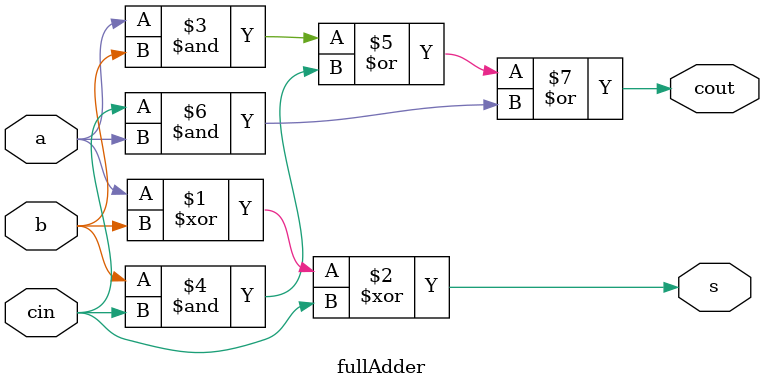
<source format=sv>
module ripple_adder
(
    input   logic[15:0]     A,
    input   logic[15:0]     B,
    output  logic[15:0]     Sum,
    output  logic           CO
);

    // Define internal carry bits
    logic [15:0] c;

    // Carry input is zero
    assign c[0] = 0;

    // 16 full adders with ripple carry
    fullAdder adder0 (.a(A[0]), .b(B[0]), .s(Sum[0]), .cin(c[0]), .cout(c[1]));
    fullAdder adder1 (.a(A[1]), .b(B[1]), .s(Sum[1]), .cin(c[1]), .cout(c[2]));
    fullAdder adder2 (.a(A[2]), .b(B[2]), .s(Sum[2]), .cin(c[2]), .cout(c[3]));
    fullAdder adder3 (.a(A[3]), .b(B[3]), .s(Sum[3]), .cin(c[3]), .cout(c[4]));
    fullAdder adder4 (.a(A[4]), .b(B[4]), .s(Sum[4]), .cin(c[4]), .cout(c[5]));
    fullAdder adder5 (.a(A[5]), .b(B[5]), .s(Sum[5]), .cin(c[5]), .cout(c[6]));
    fullAdder adder6 (.a(A[6]), .b(B[6]), .s(Sum[6]), .cin(c[6]), .cout(c[7]));
    fullAdder adder7 (.a(A[7]), .b(B[7]), .s(Sum[7]), .cin(c[7]), .cout(c[8]));
    fullAdder adder8 (.a(A[8]), .b(B[8]), .s(Sum[8]), .cin(c[8]), .cout(c[9]));
    fullAdder adder9 (.a(A[9]), .b(B[9]), .s(Sum[9]), .cin(c[9]), .cout(c[10]));
    fullAdder adder10 (.a(A[10]), .b(B[10]), .s(Sum[10]), .cin(c[10]), .cout(c[11]));
    fullAdder adder11 (.a(A[11]), .b(B[11]), .s(Sum[11]), .cin(c[11]), .cout(c[12]));
    fullAdder adder12 (.a(A[12]), .b(B[12]), .s(Sum[12]), .cin(c[12]), .cout(c[13]));
    fullAdder adder13 (.a(A[13]), .b(B[13]), .s(Sum[13]), .cin(c[13]), .cout(c[14]));
    fullAdder adder14 (.a(A[14]), .b(B[14]), .s(Sum[14]), .cin(c[14]), .cout(c[15]));
    fullAdder adder15 (.a(A[15]), .b(B[15]), .s(Sum[15]), .cin(c[15]), .cout(CO));

endmodule

module fullAdder (input logic a, b, cin,
                  output logic s, cout);

    assign s = a^b^cin;
    assign cout = (a&b)|(b&cin)|(cin&a);
endmodule


</source>
